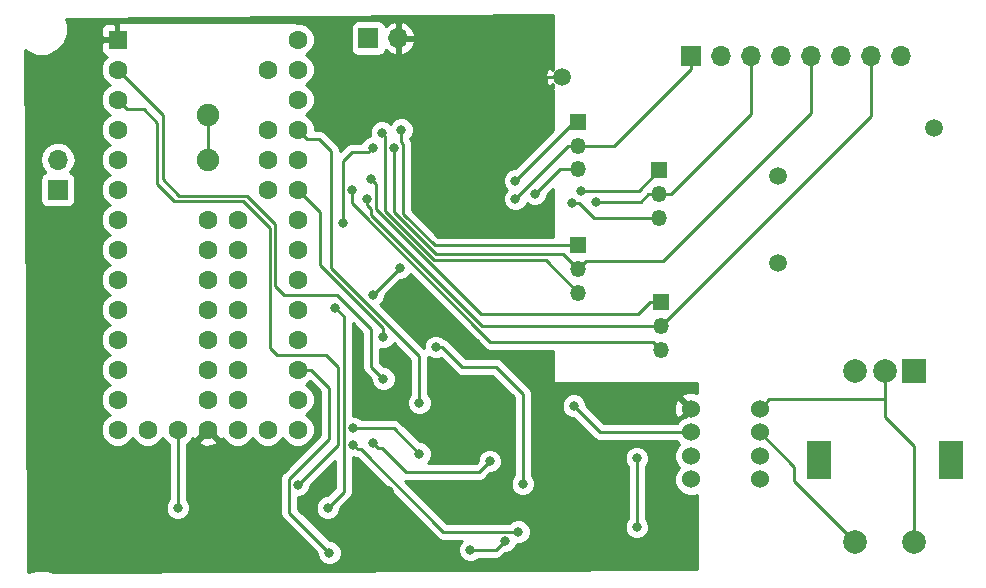
<source format=gbr>
G04 #@! TF.GenerationSoftware,KiCad,Pcbnew,5.0.2-bee76a0~70~ubuntu16.04.1*
G04 #@! TF.CreationDate,2019-04-19T17:49:43-07:00*
G04 #@! TF.ProjectId,volume_control_board,766f6c75-6d65-45f6-936f-6e74726f6c5f,rev?*
G04 #@! TF.SameCoordinates,Original*
G04 #@! TF.FileFunction,Copper,L2,Bot*
G04 #@! TF.FilePolarity,Positive*
%FSLAX46Y46*%
G04 Gerber Fmt 4.6, Leading zero omitted, Abs format (unit mm)*
G04 Created by KiCad (PCBNEW 5.0.2-bee76a0~70~ubuntu16.04.1) date Fri 19 Apr 2019 05:49:43 PM PDT*
%MOMM*%
%LPD*%
G01*
G04 APERTURE LIST*
G04 #@! TA.AperFunction,ComponentPad*
%ADD10O,1.350000X1.350000*%
G04 #@! TD*
G04 #@! TA.AperFunction,ComponentPad*
%ADD11R,1.350000X1.350000*%
G04 #@! TD*
G04 #@! TA.AperFunction,ComponentPad*
%ADD12O,1.700000X1.700000*%
G04 #@! TD*
G04 #@! TA.AperFunction,ComponentPad*
%ADD13R,1.700000X1.700000*%
G04 #@! TD*
G04 #@! TA.AperFunction,ComponentPad*
%ADD14C,2.000000*%
G04 #@! TD*
G04 #@! TA.AperFunction,ComponentPad*
%ADD15R,2.000000X3.200000*%
G04 #@! TD*
G04 #@! TA.AperFunction,ComponentPad*
%ADD16R,2.000000X2.000000*%
G04 #@! TD*
G04 #@! TA.AperFunction,ComponentPad*
%ADD17C,1.900000*%
G04 #@! TD*
G04 #@! TA.AperFunction,ComponentPad*
%ADD18C,1.600000*%
G04 #@! TD*
G04 #@! TA.AperFunction,ComponentPad*
%ADD19R,1.600000X1.600000*%
G04 #@! TD*
G04 #@! TA.AperFunction,ComponentPad*
%ADD20C,1.524000*%
G04 #@! TD*
G04 #@! TA.AperFunction,ComponentPad*
%ADD21C,1.500000*%
G04 #@! TD*
G04 #@! TA.AperFunction,ViaPad*
%ADD22C,0.800000*%
G04 #@! TD*
G04 #@! TA.AperFunction,Conductor*
%ADD23C,0.250000*%
G04 #@! TD*
G04 #@! TA.AperFunction,Conductor*
%ADD24C,0.254000*%
G04 #@! TD*
G04 APERTURE END LIST*
D10*
G04 #@! TO.P,J5,3*
G04 #@! TO.N,GNDA*
X126746000Y-67500000D03*
G04 #@! TO.P,J5,2*
G04 #@! TO.N,FRONT_L_OUT*
X126746000Y-65500000D03*
D11*
G04 #@! TO.P,J5,1*
G04 #@! TO.N,LEFT_IN*
X126746000Y-63500000D03*
G04 #@! TD*
D12*
G04 #@! TO.P,J4,2*
G04 #@! TO.N,GND*
X111506000Y-56388000D03*
D13*
G04 #@! TO.P,J4,1*
G04 #@! TO.N,+5V*
X108966000Y-56388000D03*
G04 #@! TD*
D12*
G04 #@! TO.P,J1,8*
G04 #@! TO.N,GNDA*
X154051000Y-57912000D03*
G04 #@! TO.P,J1,7*
G04 #@! TO.N,REAR_R_OUT*
X151511000Y-57912000D03*
G04 #@! TO.P,J1,6*
G04 #@! TO.N,GNDA*
X148971000Y-57912000D03*
G04 #@! TO.P,J1,5*
G04 #@! TO.N,FRONT_R_OUT*
X146431000Y-57912000D03*
G04 #@! TO.P,J1,4*
G04 #@! TO.N,GNDA*
X143891000Y-57912000D03*
G04 #@! TO.P,J1,3*
G04 #@! TO.N,REAR_L_OUT*
X141351000Y-57912000D03*
G04 #@! TO.P,J1,2*
G04 #@! TO.N,GNDA*
X138811000Y-57912000D03*
D13*
G04 #@! TO.P,J1,1*
G04 #@! TO.N,FRONT_L_OUT*
X136271000Y-57912000D03*
G04 #@! TD*
D12*
G04 #@! TO.P,J6,2*
G04 #@! TO.N,Net-(J6-Pad2)*
X82677000Y-66675000D03*
D13*
G04 #@! TO.P,J6,1*
G04 #@! TO.N,Net-(J6-Pad1)*
X82677000Y-69215000D03*
G04 #@! TD*
D14*
G04 #@! TO.P,SW1,S1*
G04 #@! TO.N,Net-(J3-Pad2)*
X150194000Y-99082000D03*
G04 #@! TO.P,SW1,S2*
G04 #@! TO.N,GND*
X155194000Y-99082000D03*
D15*
G04 #@! TO.P,SW1,MP*
G04 #@! TO.N,N/C*
X147094000Y-92082000D03*
X158294000Y-92082000D03*
D14*
G04 #@! TO.P,SW1,B*
G04 #@! TO.N,Net-(J3-Pad3)*
X150194000Y-84582000D03*
G04 #@! TO.P,SW1,C*
G04 #@! TO.N,GND*
X152694000Y-84582000D03*
D16*
G04 #@! TO.P,SW1,A*
G04 #@! TO.N,Net-(J3-Pad4)*
X155194000Y-84582000D03*
G04 #@! TD*
D17*
G04 #@! TO.P,U1,52*
G04 #@! TO.N,Net-(U1-Pad52)*
X95377000Y-62865000D03*
X95377000Y-66675000D03*
D18*
G04 #@! TO.P,U1,51*
G04 #@! TO.N,Net-(U1-Pad51)*
X97917000Y-71755000D03*
G04 #@! TO.P,U1,50*
G04 #@! TO.N,Net-(U1-Pad50)*
X97917000Y-74295000D03*
G04 #@! TO.P,U1,49*
G04 #@! TO.N,Net-(U1-Pad49)*
X97917000Y-76835000D03*
G04 #@! TO.P,U1,48*
G04 #@! TO.N,Net-(U1-Pad48)*
X97917000Y-79375000D03*
G04 #@! TO.P,U1,47*
G04 #@! TO.N,Net-(U1-Pad47)*
X97917000Y-81915000D03*
G04 #@! TO.P,U1,46*
G04 #@! TO.N,Net-(U1-Pad46)*
X97917000Y-84455000D03*
G04 #@! TO.P,U1,45*
G04 #@! TO.N,Net-(U1-Pad45)*
X97917000Y-86995000D03*
G04 #@! TO.P,U1,44*
G04 #@! TO.N,Net-(U1-Pad44)*
X95377000Y-86995000D03*
G04 #@! TO.P,U1,43*
G04 #@! TO.N,Net-(U1-Pad43)*
X95377000Y-84455000D03*
G04 #@! TO.P,U1,42*
G04 #@! TO.N,Net-(U1-Pad42)*
X95377000Y-81915000D03*
G04 #@! TO.P,U1,41*
G04 #@! TO.N,Net-(U1-Pad41)*
X95377000Y-79375000D03*
G04 #@! TO.P,U1,40*
G04 #@! TO.N,Net-(U1-Pad40)*
X95377000Y-76835000D03*
G04 #@! TO.P,U1,39*
G04 #@! TO.N,Net-(U1-Pad39)*
X95377000Y-74295000D03*
G04 #@! TO.P,U1,38*
G04 #@! TO.N,Net-(U1-Pad38)*
X95377000Y-71755000D03*
D19*
G04 #@! TO.P,U1,1*
G04 #@! TO.N,GND*
X87757000Y-56515000D03*
D18*
G04 #@! TO.P,U1,2*
G04 #@! TO.N,PUSH_SELECT_1*
X87757000Y-59055000D03*
G04 #@! TO.P,U1,3*
G04 #@! TO.N,ENCODER_A_1*
X87757000Y-61595000D03*
G04 #@! TO.P,U1,4*
G04 #@! TO.N,ENCODER_B_1*
X87757000Y-64135000D03*
G04 #@! TO.P,U1,5*
G04 #@! TO.N,Net-(J6-Pad2)*
X87757000Y-66675000D03*
G04 #@! TO.P,U1,6*
G04 #@! TO.N,Net-(J6-Pad1)*
X87757000Y-69215000D03*
G04 #@! TO.P,U1,7*
G04 #@! TO.N,Net-(U1-Pad7)*
X87757000Y-71755000D03*
G04 #@! TO.P,U1,8*
G04 #@! TO.N,Net-(U1-Pad8)*
X87757000Y-74295000D03*
G04 #@! TO.P,U1,9*
G04 #@! TO.N,PUSH_SELECT_3*
X87757000Y-76835000D03*
G04 #@! TO.P,U1,10*
G04 #@! TO.N,ENCODER_A_3*
X87757000Y-79375000D03*
G04 #@! TO.P,U1,11*
G04 #@! TO.N,ENCODER_B_3*
X87757000Y-81915000D03*
G04 #@! TO.P,U1,12*
G04 #@! TO.N,Net-(U1-Pad12)*
X87757000Y-84455000D03*
G04 #@! TO.P,U1,13*
G04 #@! TO.N,Net-(U1-Pad13)*
X87757000Y-86995000D03*
G04 #@! TO.P,U1,37*
G04 #@! TO.N,Net-(U1-Pad37)*
X100457000Y-69215000D03*
G04 #@! TO.P,U1,36*
G04 #@! TO.N,Net-(U1-Pad36)*
X100457000Y-66675000D03*
G04 #@! TO.P,U1,35*
G04 #@! TO.N,Net-(U1-Pad35)*
X100457000Y-64135000D03*
G04 #@! TO.P,U1,34*
G04 #@! TO.N,Net-(U1-Pad34)*
X100457000Y-59055000D03*
G04 #@! TO.P,U1,33*
G04 #@! TO.N,+5V*
X102997000Y-56515000D03*
G04 #@! TO.P,U1,32*
G04 #@! TO.N,Net-(U1-Pad32)*
X102997000Y-59055000D03*
G04 #@! TO.P,U1,31*
G04 #@! TO.N,+3V3*
X102997000Y-61595000D03*
G04 #@! TO.P,U1,30*
G04 #@! TO.N,PUSH_SELECT_2*
X102997000Y-64135000D03*
G04 #@! TO.P,U1,29*
G04 #@! TO.N,ENCODER_A_2*
X102997000Y-66675000D03*
G04 #@! TO.P,U1,28*
G04 #@! TO.N,ENCODER_B_2*
X102997000Y-69215000D03*
G04 #@! TO.P,U1,27*
G04 #@! TO.N,Net-(U1-Pad27)*
X102997000Y-71755000D03*
G04 #@! TO.P,U1,26*
G04 #@! TO.N,SCL*
X102997000Y-74295000D03*
G04 #@! TO.P,U1,25*
G04 #@! TO.N,SDA*
X102997000Y-76835000D03*
G04 #@! TO.P,U1,24*
G04 #@! TO.N,Net-(U1-Pad24)*
X102997000Y-79375000D03*
G04 #@! TO.P,U1,23*
G04 #@! TO.N,ENCODER_B_4*
X102997000Y-81915000D03*
G04 #@! TO.P,U1,22*
G04 #@! TO.N,ENCODER_A_4*
X102997000Y-84455000D03*
G04 #@! TO.P,U1,21*
G04 #@! TO.N,PUSH_SELECT_4*
X102997000Y-86995000D03*
G04 #@! TO.P,U1,14*
G04 #@! TO.N,Net-(U1-Pad14)*
X87757000Y-89535000D03*
G04 #@! TO.P,U1,15*
G04 #@! TO.N,Net-(U1-Pad15)*
X90297000Y-89535000D03*
G04 #@! TO.P,U1,16*
G04 #@! TO.N,+3V3*
X92837000Y-89535000D03*
G04 #@! TO.P,U1,20*
G04 #@! TO.N,Net-(U1-Pad20)*
X102997000Y-89535000D03*
G04 #@! TO.P,U1,19*
G04 #@! TO.N,Net-(U1-Pad19)*
X100457000Y-89535000D03*
G04 #@! TO.P,U1,18*
G04 #@! TO.N,Net-(U1-Pad18)*
X97917000Y-89535000D03*
G04 #@! TO.P,U1,17*
G04 #@! TO.N,GND*
X95377000Y-89535000D03*
G04 #@! TD*
D20*
G04 #@! TO.P,J7,4*
G04 #@! TO.N,Net-(J3-Pad4)*
X142113000Y-93757000D03*
G04 #@! TO.P,J7,3*
G04 #@! TO.N,Net-(J3-Pad3)*
X142113000Y-91757000D03*
G04 #@! TO.P,J7,2*
G04 #@! TO.N,Net-(J3-Pad2)*
X142113000Y-89757000D03*
G04 #@! TO.P,J7,1*
G04 #@! TO.N,GND*
X142113000Y-87757000D03*
G04 #@! TD*
G04 #@! TO.P,J3,4*
G04 #@! TO.N,Net-(J3-Pad4)*
X136271000Y-93757000D03*
G04 #@! TO.P,J3,3*
G04 #@! TO.N,Net-(J3-Pad3)*
X136271000Y-91757000D03*
G04 #@! TO.P,J3,2*
G04 #@! TO.N,Net-(J3-Pad2)*
X136271000Y-89757000D03*
G04 #@! TO.P,J3,1*
G04 #@! TO.N,GND*
X136271000Y-87757000D03*
G04 #@! TD*
D10*
G04 #@! TO.P,J8,3*
G04 #@! TO.N,GNDA*
X133604000Y-71596000D03*
G04 #@! TO.P,J8,2*
G04 #@! TO.N,REAR_L_OUT*
X133604000Y-69596000D03*
D11*
G04 #@! TO.P,J8,1*
G04 #@! TO.N,LEFT_IN*
X133604000Y-67596000D03*
G04 #@! TD*
G04 #@! TO.P,J9,1*
G04 #@! TO.N,RIGHT_IN*
X126746000Y-73946000D03*
D10*
G04 #@! TO.P,J9,2*
G04 #@! TO.N,FRONT_R_OUT*
X126746000Y-75946000D03*
G04 #@! TO.P,J9,3*
G04 #@! TO.N,GNDA*
X126746000Y-77946000D03*
G04 #@! TD*
G04 #@! TO.P,J10,3*
G04 #@! TO.N,GNDA*
X133731000Y-82772000D03*
G04 #@! TO.P,J10,2*
G04 #@! TO.N,REAR_R_OUT*
X133731000Y-80772000D03*
D11*
G04 #@! TO.P,J10,1*
G04 #@! TO.N,RIGHT_IN*
X133731000Y-78772000D03*
G04 #@! TD*
D21*
G04 #@! TO.P,TP1,1*
G04 #@! TO.N,RIGHT_IN*
X143637000Y-75438000D03*
G04 #@! TD*
G04 #@! TO.P,TP2,1*
G04 #@! TO.N,LEFT_IN*
X143637000Y-68072000D03*
G04 #@! TD*
G04 #@! TO.P,TP3,1*
G04 #@! TO.N,GND*
X125349000Y-59690000D03*
G04 #@! TD*
G04 #@! TO.P,TP4,1*
G04 #@! TO.N,GNDA*
X156845000Y-64008000D03*
G04 #@! TD*
D22*
G04 #@! TO.N,GND*
X126746000Y-93091000D03*
X110744000Y-94742000D03*
X119761000Y-62865000D03*
X112649000Y-60579000D03*
X118110000Y-82169000D03*
X120142000Y-86233000D03*
G04 #@! TO.N,GNDA*
X123063000Y-69596000D03*
X126238000Y-70358000D03*
X110109000Y-64389000D03*
X107569000Y-69215000D03*
G04 #@! TO.N,REAR_R_OUT*
X108839000Y-69977000D03*
G04 #@! TO.N,FRONT_R_OUT*
X111125000Y-65659000D03*
G04 #@! TO.N,REAR_L_OUT*
X128270000Y-70231000D03*
G04 #@! TO.N,FRONT_L_OUT*
X121412000Y-69977000D03*
G04 #@! TO.N,RIGHT_IN*
X111760000Y-64135000D03*
X109220004Y-68326000D03*
G04 #@! TO.N,LEFT_IN*
X121412000Y-68453000D03*
X127000000Y-69342000D03*
G04 #@! TO.N,Net-(J3-Pad2)*
X126365000Y-87503000D03*
G04 #@! TO.N,PUSH_SELECT_1*
X110236000Y-85217000D03*
G04 #@! TO.N,PUSH_SELECT_2*
X113284000Y-87249000D03*
G04 #@! TO.N,PUSH_SELECT_4*
X113284000Y-91567000D03*
X107696000Y-89423987D03*
G04 #@! TO.N,ENCODER_A_1*
X102997000Y-94234000D03*
G04 #@! TO.N,ENCODER_A_2*
X106172000Y-79248000D03*
X105537000Y-96139000D03*
G04 #@! TO.N,ENCODER_A_4*
X105664000Y-99949000D03*
G04 #@! TO.N,ENCODER_B_1*
X109347000Y-90678000D03*
X119253000Y-92202000D03*
G04 #@! TO.N,ENCODER_B_2*
X114681000Y-82550000D03*
X122047000Y-94107000D03*
X110236000Y-81661000D03*
G04 #@! TO.N,ENCODER_B_4*
X121666000Y-98171000D03*
X107696000Y-90805000D03*
G04 #@! TO.N,SDA*
X109347000Y-78105000D03*
X111633000Y-75819000D03*
G04 #@! TO.N,+3V3*
X92837000Y-96139000D03*
X117602000Y-99695000D03*
X120523000Y-98933000D03*
X131699000Y-97790000D03*
X131699000Y-91948000D03*
G04 #@! TO.N,SCL*
X109347000Y-65659000D03*
X106807000Y-72009000D03*
G04 #@! TD*
D23*
G04 #@! TO.N,GND*
X155194000Y-99082000D02*
X155194000Y-90932000D01*
X152694000Y-88432000D02*
X152694000Y-84582000D01*
X155194000Y-90932000D02*
X152694000Y-88432000D01*
X152694000Y-84582000D02*
X152694000Y-86955000D01*
X142915000Y-86955000D02*
X142113000Y-87757000D01*
X152694000Y-86955000D02*
X142915000Y-86955000D01*
X119888000Y-62865000D02*
X119761000Y-62865000D01*
X122936000Y-59690000D02*
X119761000Y-62865000D01*
X125349000Y-59690000D02*
X122936000Y-59690000D01*
G04 #@! TO.N,GNDA*
X125159000Y-67500000D02*
X126746000Y-67500000D01*
X123063000Y-69596000D02*
X125159000Y-67500000D01*
X128041685Y-71596000D02*
X133604000Y-71596000D01*
X126803685Y-70358000D02*
X128041685Y-71596000D01*
X126238000Y-70358000D02*
X126803685Y-70358000D01*
X123984000Y-75184000D02*
X126746000Y-77946000D01*
X110109000Y-64389000D02*
X110363000Y-64643000D01*
X110363000Y-64643000D02*
X110363000Y-70995820D01*
X110363000Y-70995820D02*
X114551180Y-75184000D01*
X114551180Y-75184000D02*
X123984000Y-75184000D01*
X133056001Y-82097001D02*
X133731000Y-82772000D01*
X119306591Y-82097001D02*
X133056001Y-82097001D01*
X107569000Y-70359410D02*
X119306591Y-82097001D01*
X107569000Y-69215000D02*
X107569000Y-70359410D01*
G04 #@! TO.N,REAR_R_OUT*
X151511000Y-62992000D02*
X151511000Y-57912000D01*
X133731000Y-80772000D02*
X151511000Y-62992000D01*
X109169993Y-70873678D02*
X109169993Y-71323993D01*
X108839000Y-70542685D02*
X109169993Y-70873678D01*
X108839000Y-69977000D02*
X108839000Y-70542685D01*
X118618000Y-80772000D02*
X133731000Y-80772000D01*
X109169993Y-71323993D02*
X118618000Y-80772000D01*
G04 #@! TO.N,FRONT_R_OUT*
X127420999Y-75271001D02*
X133897999Y-75271001D01*
X126746000Y-75946000D02*
X127420999Y-75271001D01*
X146431000Y-62738000D02*
X146431000Y-57912000D01*
X133897999Y-75271001D02*
X146431000Y-62738000D01*
X111125000Y-71121410D02*
X114679590Y-74676000D01*
X111125000Y-65659000D02*
X111125000Y-71121410D01*
X125476000Y-74676000D02*
X126746000Y-75946000D01*
X114679590Y-74676000D02*
X125476000Y-74676000D01*
G04 #@! TO.N,REAR_L_OUT*
X141351000Y-59114081D02*
X141351000Y-57912000D01*
X141351000Y-62803594D02*
X141351000Y-59114081D01*
X134558594Y-69596000D02*
X141351000Y-62803594D01*
X133604000Y-69596000D02*
X134558594Y-69596000D01*
X132014406Y-70231000D02*
X128270000Y-70231000D01*
X133604000Y-69596000D02*
X132649406Y-69596000D01*
X132649406Y-69596000D02*
X132014406Y-70231000D01*
G04 #@! TO.N,FRONT_L_OUT*
X129783000Y-65500000D02*
X136271000Y-59012000D01*
X136271000Y-59012000D02*
X136271000Y-57912000D01*
X126746000Y-65500000D02*
X129783000Y-65500000D01*
X125889000Y-65500000D02*
X126746000Y-65500000D01*
X121412000Y-69977000D02*
X125889000Y-65500000D01*
G04 #@! TO.N,RIGHT_IN*
X111760000Y-65220998D02*
X111887000Y-65347998D01*
X111760000Y-64135000D02*
X111760000Y-65220998D01*
X111887000Y-65347998D02*
X111887000Y-71247000D01*
X114586000Y-73946000D02*
X126746000Y-73946000D01*
X111887000Y-71247000D02*
X114586000Y-73946000D01*
X109620003Y-70889233D02*
X118486770Y-79756000D01*
X109620003Y-68725999D02*
X109620003Y-70889233D01*
X109220004Y-68326000D02*
X109620003Y-68725999D01*
X132806000Y-78772000D02*
X133731000Y-78772000D01*
X131822000Y-79756000D02*
X132806000Y-78772000D01*
X118486770Y-79756000D02*
X131822000Y-79756000D01*
G04 #@! TO.N,LEFT_IN*
X126365000Y-63500000D02*
X126746000Y-63500000D01*
X121412000Y-68453000D02*
X126365000Y-63500000D01*
X131858000Y-69342000D02*
X133604000Y-67596000D01*
X127000000Y-69342000D02*
X131858000Y-69342000D01*
G04 #@! TO.N,Net-(J3-Pad2)*
X142113000Y-89757000D02*
X145034000Y-92678000D01*
X145034000Y-93922000D02*
X150194000Y-99082000D01*
X145034000Y-92678000D02*
X145034000Y-93922000D01*
X128619000Y-89757000D02*
X136271000Y-89757000D01*
X126365000Y-87503000D02*
X128619000Y-89757000D01*
G04 #@! TO.N,PUSH_SELECT_1*
X109220000Y-84201000D02*
X110236000Y-85217000D01*
X92964000Y-69723000D02*
X98679000Y-69723000D01*
X91567000Y-68326000D02*
X92964000Y-69723000D01*
X87757000Y-59055000D02*
X91567000Y-62865000D01*
X106299000Y-78105000D02*
X109220000Y-81026000D01*
X91567000Y-62865000D02*
X91567000Y-68326000D01*
X98679000Y-69723000D02*
X101092000Y-72136000D01*
X101092000Y-72136000D02*
X101092000Y-77343000D01*
X101092000Y-77343000D02*
X101854000Y-78105000D01*
X109220000Y-81026000D02*
X109220000Y-84201000D01*
X101854000Y-78105000D02*
X106299000Y-78105000D01*
G04 #@! TO.N,PUSH_SELECT_2*
X105791000Y-65913000D02*
X105791000Y-75819000D01*
X113284000Y-83312000D02*
X113284000Y-87249000D01*
X104812999Y-64934999D02*
X105791000Y-65913000D01*
X102997000Y-64135000D02*
X103796999Y-64934999D01*
X105791000Y-75819000D02*
X113284000Y-83312000D01*
X103796999Y-64934999D02*
X104812999Y-64934999D01*
G04 #@! TO.N,PUSH_SELECT_4*
X108261685Y-89423987D02*
X107696000Y-89423987D01*
X113284000Y-91567000D02*
X111140987Y-89423987D01*
X111140987Y-89423987D02*
X108261685Y-89423987D01*
G04 #@! TO.N,ENCODER_A_1*
X88556999Y-62394999D02*
X89953999Y-62394999D01*
X87757000Y-61595000D02*
X88556999Y-62394999D01*
X91116990Y-63557990D02*
X91116990Y-68764990D01*
X89953999Y-62394999D02*
X91116990Y-63557990D01*
X92525010Y-70173010D02*
X92777600Y-70173010D01*
X91116990Y-68764990D02*
X92525010Y-70173010D01*
X92777600Y-70173010D02*
X98367010Y-70173010D01*
X100641990Y-72447990D02*
X100641990Y-82607990D01*
X98367010Y-70173010D02*
X100641990Y-72447990D01*
X100641990Y-82607990D02*
X101219000Y-83185000D01*
X101219000Y-83185000D02*
X105410000Y-83185000D01*
X105410000Y-83185000D02*
X106426000Y-84201000D01*
X106426000Y-90805000D02*
X102997000Y-94234000D01*
X106426000Y-84201000D02*
X106426000Y-90805000D01*
G04 #@! TO.N,ENCODER_A_2*
X106876009Y-79952009D02*
X106876009Y-94799991D01*
X106876009Y-94799991D02*
X105537000Y-96139000D01*
X106172000Y-79248000D02*
X106876009Y-79952009D01*
G04 #@! TO.N,ENCODER_A_4*
X104128370Y-84455000D02*
X105664000Y-85990630D01*
X102997000Y-84455000D02*
X104128370Y-84455000D01*
X105664000Y-85990630D02*
X105664000Y-90297000D01*
X102271999Y-96556999D02*
X105664000Y-99949000D01*
X102271999Y-93689001D02*
X102271999Y-96556999D01*
X105664000Y-90297000D02*
X102271999Y-93689001D01*
G04 #@! TO.N,ENCODER_B_1*
X109746999Y-91077999D02*
X110127999Y-91077999D01*
X109347000Y-90678000D02*
X109746999Y-91077999D01*
X110127999Y-91077999D02*
X112141000Y-93091000D01*
X118364000Y-93091000D02*
X119253000Y-92202000D01*
X112141000Y-93091000D02*
X118364000Y-93091000D01*
G04 #@! TO.N,ENCODER_B_2*
X102997000Y-69215000D02*
X102997000Y-69469000D01*
X122047000Y-86487000D02*
X122047000Y-94107000D01*
X114681000Y-82550000D02*
X115246685Y-82550000D01*
X115246685Y-82550000D02*
X116897685Y-84201000D01*
X119761000Y-84201000D02*
X122047000Y-86487000D01*
X116897685Y-84201000D02*
X119761000Y-84201000D01*
X110236000Y-80968315D02*
X110236000Y-81095315D01*
X104902000Y-71120000D02*
X104902000Y-75634315D01*
X104902000Y-75634315D02*
X110236000Y-80968315D01*
X102997000Y-69215000D02*
X104902000Y-71120000D01*
X110236000Y-81095315D02*
X110236000Y-81661000D01*
G04 #@! TO.N,ENCODER_B_4*
X108095999Y-91204999D02*
X107696000Y-90805000D01*
X108349997Y-91204999D02*
X108095999Y-91204999D01*
X115315998Y-98171000D02*
X108349997Y-91204999D01*
X121666000Y-98171000D02*
X115315998Y-98171000D01*
G04 #@! TO.N,SDA*
X109347000Y-78105000D02*
X111633000Y-75819000D01*
G04 #@! TO.N,+3V3*
X92837000Y-89535000D02*
X92837000Y-96139000D01*
X119761000Y-99695000D02*
X120523000Y-98933000D01*
X117602000Y-99695000D02*
X119761000Y-99695000D01*
X131699000Y-97790000D02*
X131699000Y-91948000D01*
G04 #@! TO.N,SCL*
X108947001Y-66058999D02*
X107550001Y-66058999D01*
X109347000Y-65659000D02*
X108947001Y-66058999D01*
X106807000Y-66802000D02*
X106807000Y-72009000D01*
X107550001Y-66058999D02*
X106807000Y-66802000D01*
G04 #@! TO.N,Net-(U1-Pad52)*
X95377000Y-62865000D02*
X95377000Y-66675000D01*
G04 #@! TD*
D24*
G04 #@! TO.N,GND*
G36*
X124587000Y-58612479D02*
X124557088Y-58718483D01*
X124587000Y-58748395D01*
X124587000Y-59107605D01*
X124377483Y-58898088D01*
X124136540Y-58966077D01*
X123951799Y-59485171D01*
X123979770Y-60035448D01*
X124136540Y-60413923D01*
X124377483Y-60481912D01*
X124587000Y-60272395D01*
X124587000Y-60631605D01*
X124557088Y-60661517D01*
X124587000Y-60767521D01*
X124587000Y-64203198D01*
X121372199Y-67418000D01*
X121206126Y-67418000D01*
X120825720Y-67575569D01*
X120534569Y-67866720D01*
X120377000Y-68247126D01*
X120377000Y-68658874D01*
X120534569Y-69039280D01*
X120710289Y-69215000D01*
X120534569Y-69390720D01*
X120377000Y-69771126D01*
X120377000Y-70182874D01*
X120534569Y-70563280D01*
X120825720Y-70854431D01*
X121206126Y-71012000D01*
X121617874Y-71012000D01*
X121998280Y-70854431D01*
X122289431Y-70563280D01*
X122370603Y-70367314D01*
X122476720Y-70473431D01*
X122857126Y-70631000D01*
X123268874Y-70631000D01*
X123649280Y-70473431D01*
X123940431Y-70182280D01*
X124098000Y-69801874D01*
X124098000Y-69635801D01*
X124587000Y-69146801D01*
X124587000Y-73186000D01*
X114900803Y-73186000D01*
X112647000Y-70932199D01*
X112647000Y-65422844D01*
X112661888Y-65347997D01*
X112647000Y-65273150D01*
X112647000Y-65273146D01*
X112602904Y-65051461D01*
X112520000Y-64927387D01*
X112520000Y-64838711D01*
X112637431Y-64721280D01*
X112795000Y-64340874D01*
X112795000Y-63929126D01*
X112637431Y-63548720D01*
X112346280Y-63257569D01*
X111965874Y-63100000D01*
X111554126Y-63100000D01*
X111173720Y-63257569D01*
X110882569Y-63548720D01*
X110838595Y-63654884D01*
X110695280Y-63511569D01*
X110314874Y-63354000D01*
X109903126Y-63354000D01*
X109522720Y-63511569D01*
X109231569Y-63802720D01*
X109074000Y-64183126D01*
X109074000Y-64594874D01*
X109094128Y-64643467D01*
X108760720Y-64781569D01*
X108469569Y-65072720D01*
X108375841Y-65298999D01*
X107624847Y-65298999D01*
X107550000Y-65284111D01*
X107475153Y-65298999D01*
X107475149Y-65298999D01*
X107253464Y-65343095D01*
X107002072Y-65511070D01*
X106959672Y-65574526D01*
X106552154Y-65982045D01*
X106565888Y-65912999D01*
X106551000Y-65838152D01*
X106551000Y-65838148D01*
X106506904Y-65616463D01*
X106338929Y-65365071D01*
X106275473Y-65322671D01*
X105403330Y-64450529D01*
X105360928Y-64387070D01*
X105109536Y-64219095D01*
X104887851Y-64174999D01*
X104887846Y-64174999D01*
X104812999Y-64160111D01*
X104738152Y-64174999D01*
X104432000Y-64174999D01*
X104432000Y-63849561D01*
X104213534Y-63322138D01*
X103809862Y-62918466D01*
X103680784Y-62865000D01*
X103809862Y-62811534D01*
X104213534Y-62407862D01*
X104432000Y-61880439D01*
X104432000Y-61309561D01*
X104213534Y-60782138D01*
X103809862Y-60378466D01*
X103680784Y-60325000D01*
X103809862Y-60271534D01*
X104213534Y-59867862D01*
X104432000Y-59340439D01*
X104432000Y-58769561D01*
X104213534Y-58242138D01*
X103809862Y-57838466D01*
X103680784Y-57785000D01*
X103809862Y-57731534D01*
X104213534Y-57327862D01*
X104432000Y-56800439D01*
X104432000Y-56229561D01*
X104213534Y-55702138D01*
X104049396Y-55538000D01*
X107468560Y-55538000D01*
X107468560Y-57238000D01*
X107517843Y-57485765D01*
X107658191Y-57695809D01*
X107868235Y-57836157D01*
X108116000Y-57885440D01*
X109816000Y-57885440D01*
X110063765Y-57836157D01*
X110273809Y-57695809D01*
X110414157Y-57485765D01*
X110434739Y-57382292D01*
X110739076Y-57659645D01*
X111149110Y-57829476D01*
X111379000Y-57708155D01*
X111379000Y-56515000D01*
X111633000Y-56515000D01*
X111633000Y-57708155D01*
X111862890Y-57829476D01*
X112272924Y-57659645D01*
X112701183Y-57269358D01*
X112947486Y-56744892D01*
X112826819Y-56515000D01*
X111633000Y-56515000D01*
X111379000Y-56515000D01*
X111359000Y-56515000D01*
X111359000Y-56261000D01*
X111379000Y-56261000D01*
X111379000Y-55067845D01*
X111633000Y-55067845D01*
X111633000Y-56261000D01*
X112826819Y-56261000D01*
X112947486Y-56031108D01*
X112701183Y-55506642D01*
X112272924Y-55116355D01*
X111862890Y-54946524D01*
X111633000Y-55067845D01*
X111379000Y-55067845D01*
X111149110Y-54946524D01*
X110739076Y-55116355D01*
X110434739Y-55393708D01*
X110414157Y-55290235D01*
X110273809Y-55080191D01*
X110063765Y-54939843D01*
X109816000Y-54890560D01*
X108116000Y-54890560D01*
X107868235Y-54939843D01*
X107658191Y-55080191D01*
X107517843Y-55290235D01*
X107468560Y-55538000D01*
X104049396Y-55538000D01*
X103809862Y-55298466D01*
X103282439Y-55080000D01*
X102862462Y-55080000D01*
X102860333Y-55069399D01*
X102832803Y-55028197D01*
X102791601Y-55000667D01*
X102743000Y-54991000D01*
X87884000Y-54991000D01*
X87835832Y-55000489D01*
X87794529Y-55027867D01*
X87766847Y-55068967D01*
X87757001Y-55117531D01*
X87751302Y-56662000D01*
X87630000Y-56662000D01*
X87630000Y-56642000D01*
X86480750Y-56642000D01*
X86322000Y-56800750D01*
X86322000Y-57441309D01*
X86418673Y-57674698D01*
X86597301Y-57853327D01*
X86830690Y-57950000D01*
X86832604Y-57950000D01*
X86540466Y-58242138D01*
X86322000Y-58769561D01*
X86322000Y-59340439D01*
X86540466Y-59867862D01*
X86944138Y-60271534D01*
X87073216Y-60325000D01*
X86944138Y-60378466D01*
X86540466Y-60782138D01*
X86322000Y-61309561D01*
X86322000Y-61880439D01*
X86540466Y-62407862D01*
X86944138Y-62811534D01*
X87073216Y-62865000D01*
X86944138Y-62918466D01*
X86540466Y-63322138D01*
X86322000Y-63849561D01*
X86322000Y-64420439D01*
X86540466Y-64947862D01*
X86944138Y-65351534D01*
X87073216Y-65405000D01*
X86944138Y-65458466D01*
X86540466Y-65862138D01*
X86322000Y-66389561D01*
X86322000Y-66960439D01*
X86540466Y-67487862D01*
X86944138Y-67891534D01*
X87073216Y-67945000D01*
X86944138Y-67998466D01*
X86540466Y-68402138D01*
X86322000Y-68929561D01*
X86322000Y-69500439D01*
X86540466Y-70027862D01*
X86944138Y-70431534D01*
X87073216Y-70485000D01*
X86944138Y-70538466D01*
X86540466Y-70942138D01*
X86322000Y-71469561D01*
X86322000Y-72040439D01*
X86540466Y-72567862D01*
X86944138Y-72971534D01*
X87073216Y-73025000D01*
X86944138Y-73078466D01*
X86540466Y-73482138D01*
X86322000Y-74009561D01*
X86322000Y-74580439D01*
X86540466Y-75107862D01*
X86944138Y-75511534D01*
X87073216Y-75565000D01*
X86944138Y-75618466D01*
X86540466Y-76022138D01*
X86322000Y-76549561D01*
X86322000Y-77120439D01*
X86540466Y-77647862D01*
X86944138Y-78051534D01*
X87073216Y-78105000D01*
X86944138Y-78158466D01*
X86540466Y-78562138D01*
X86322000Y-79089561D01*
X86322000Y-79660439D01*
X86540466Y-80187862D01*
X86944138Y-80591534D01*
X87073216Y-80645000D01*
X86944138Y-80698466D01*
X86540466Y-81102138D01*
X86322000Y-81629561D01*
X86322000Y-82200439D01*
X86540466Y-82727862D01*
X86944138Y-83131534D01*
X87073216Y-83185000D01*
X86944138Y-83238466D01*
X86540466Y-83642138D01*
X86322000Y-84169561D01*
X86322000Y-84740439D01*
X86540466Y-85267862D01*
X86944138Y-85671534D01*
X87073216Y-85725000D01*
X86944138Y-85778466D01*
X86540466Y-86182138D01*
X86322000Y-86709561D01*
X86322000Y-87280439D01*
X86540466Y-87807862D01*
X86944138Y-88211534D01*
X87073216Y-88265000D01*
X86944138Y-88318466D01*
X86540466Y-88722138D01*
X86322000Y-89249561D01*
X86322000Y-89820439D01*
X86540466Y-90347862D01*
X86944138Y-90751534D01*
X87471561Y-90970000D01*
X88042439Y-90970000D01*
X88569862Y-90751534D01*
X88973534Y-90347862D01*
X89027000Y-90218784D01*
X89080466Y-90347862D01*
X89484138Y-90751534D01*
X90011561Y-90970000D01*
X90582439Y-90970000D01*
X91109862Y-90751534D01*
X91513534Y-90347862D01*
X91567000Y-90218784D01*
X91620466Y-90347862D01*
X92024138Y-90751534D01*
X92077000Y-90773430D01*
X92077001Y-95435288D01*
X91959569Y-95552720D01*
X91802000Y-95933126D01*
X91802000Y-96344874D01*
X91959569Y-96725280D01*
X92250720Y-97016431D01*
X92631126Y-97174000D01*
X93042874Y-97174000D01*
X93423280Y-97016431D01*
X93714431Y-96725280D01*
X93872000Y-96344874D01*
X93872000Y-95933126D01*
X93714431Y-95552720D01*
X93597000Y-95435289D01*
X93597000Y-90773430D01*
X93649862Y-90751534D01*
X93858651Y-90542745D01*
X94548861Y-90542745D01*
X94622995Y-90788864D01*
X95160223Y-90981965D01*
X95730454Y-90954778D01*
X96131005Y-90788864D01*
X96205139Y-90542745D01*
X95377000Y-89714605D01*
X94548861Y-90542745D01*
X93858651Y-90542745D01*
X94053534Y-90347862D01*
X94100525Y-90234417D01*
X94123136Y-90289005D01*
X94369255Y-90363139D01*
X95070395Y-89662000D01*
X95683605Y-89662000D01*
X96384745Y-90363139D01*
X96630864Y-90289005D01*
X96651874Y-90230552D01*
X96700466Y-90347862D01*
X97104138Y-90751534D01*
X97631561Y-90970000D01*
X98202439Y-90970000D01*
X98729862Y-90751534D01*
X99133534Y-90347862D01*
X99187000Y-90218784D01*
X99240466Y-90347862D01*
X99644138Y-90751534D01*
X100171561Y-90970000D01*
X100742439Y-90970000D01*
X101269862Y-90751534D01*
X101673534Y-90347862D01*
X101727000Y-90218784D01*
X101780466Y-90347862D01*
X102184138Y-90751534D01*
X102711561Y-90970000D01*
X103282439Y-90970000D01*
X103809862Y-90751534D01*
X104213534Y-90347862D01*
X104432000Y-89820439D01*
X104432000Y-89249561D01*
X104213534Y-88722138D01*
X103809862Y-88318466D01*
X103680784Y-88265000D01*
X103809862Y-88211534D01*
X104213534Y-87807862D01*
X104432000Y-87280439D01*
X104432000Y-86709561D01*
X104213534Y-86182138D01*
X103809862Y-85778466D01*
X103680784Y-85725000D01*
X103809862Y-85671534D01*
X104039982Y-85441414D01*
X104904000Y-86305432D01*
X104904001Y-89982197D01*
X101787529Y-93098670D01*
X101724070Y-93141072D01*
X101556095Y-93392465D01*
X101511999Y-93614150D01*
X101511999Y-93614154D01*
X101497111Y-93689001D01*
X101511999Y-93763848D01*
X101512000Y-96482147D01*
X101497111Y-96556999D01*
X101512000Y-96631851D01*
X101556096Y-96853536D01*
X101724071Y-97104928D01*
X101787527Y-97147328D01*
X104629000Y-99988802D01*
X104629000Y-100154874D01*
X104786569Y-100535280D01*
X105077720Y-100826431D01*
X105458126Y-100984000D01*
X105869874Y-100984000D01*
X106250280Y-100826431D01*
X106541431Y-100535280D01*
X106699000Y-100154874D01*
X106699000Y-99743126D01*
X106541431Y-99362720D01*
X106250280Y-99071569D01*
X105869874Y-98914000D01*
X105703802Y-98914000D01*
X103031999Y-96242198D01*
X103031999Y-95269000D01*
X103202874Y-95269000D01*
X103583280Y-95111431D01*
X103874431Y-94820280D01*
X104032000Y-94439874D01*
X104032000Y-94273801D01*
X106116010Y-92189793D01*
X106116010Y-94485188D01*
X105497199Y-95104000D01*
X105331126Y-95104000D01*
X104950720Y-95261569D01*
X104659569Y-95552720D01*
X104502000Y-95933126D01*
X104502000Y-96344874D01*
X104659569Y-96725280D01*
X104950720Y-97016431D01*
X105331126Y-97174000D01*
X105742874Y-97174000D01*
X106123280Y-97016431D01*
X106414431Y-96725280D01*
X106572000Y-96344874D01*
X106572000Y-96178801D01*
X107360482Y-95390320D01*
X107423938Y-95347920D01*
X107481636Y-95261569D01*
X107591913Y-95096529D01*
X107609346Y-95008888D01*
X107636009Y-94874843D01*
X107636009Y-94874839D01*
X107650897Y-94799991D01*
X107636009Y-94725143D01*
X107636009Y-91840000D01*
X107678382Y-91840000D01*
X107799462Y-91920903D01*
X108021147Y-91964999D01*
X108021151Y-91964999D01*
X108038683Y-91968486D01*
X114725669Y-98655473D01*
X114768069Y-98718929D01*
X115019461Y-98886904D01*
X115241146Y-98931000D01*
X115241150Y-98931000D01*
X115315997Y-98945888D01*
X115390844Y-98931000D01*
X116902289Y-98931000D01*
X116724569Y-99108720D01*
X116567000Y-99489126D01*
X116567000Y-99900874D01*
X116724569Y-100281280D01*
X117015720Y-100572431D01*
X117396126Y-100730000D01*
X117807874Y-100730000D01*
X118188280Y-100572431D01*
X118305711Y-100455000D01*
X119686153Y-100455000D01*
X119761000Y-100469888D01*
X119835847Y-100455000D01*
X119835852Y-100455000D01*
X120057537Y-100410904D01*
X120308929Y-100242929D01*
X120351331Y-100179470D01*
X120562801Y-99968000D01*
X120728874Y-99968000D01*
X121109280Y-99810431D01*
X121400431Y-99519280D01*
X121530196Y-99206000D01*
X121871874Y-99206000D01*
X122252280Y-99048431D01*
X122543431Y-98757280D01*
X122701000Y-98376874D01*
X122701000Y-97965126D01*
X122543431Y-97584720D01*
X122252280Y-97293569D01*
X121871874Y-97136000D01*
X121460126Y-97136000D01*
X121079720Y-97293569D01*
X120962289Y-97411000D01*
X115630800Y-97411000D01*
X112071953Y-93852154D01*
X112140999Y-93865888D01*
X112215846Y-93851000D01*
X118289153Y-93851000D01*
X118364000Y-93865888D01*
X118438847Y-93851000D01*
X118438852Y-93851000D01*
X118660537Y-93806904D01*
X118911929Y-93638929D01*
X118954331Y-93575470D01*
X119292801Y-93237000D01*
X119458874Y-93237000D01*
X119839280Y-93079431D01*
X120130431Y-92788280D01*
X120288000Y-92407874D01*
X120288000Y-91996126D01*
X120130431Y-91615720D01*
X119839280Y-91324569D01*
X119458874Y-91167000D01*
X119047126Y-91167000D01*
X118666720Y-91324569D01*
X118375569Y-91615720D01*
X118218000Y-91996126D01*
X118218000Y-92162199D01*
X118049199Y-92331000D01*
X113983711Y-92331000D01*
X114161431Y-92153280D01*
X114319000Y-91772874D01*
X114319000Y-91361126D01*
X114161431Y-90980720D01*
X113870280Y-90689569D01*
X113489874Y-90532000D01*
X113323802Y-90532000D01*
X111731318Y-88939517D01*
X111688916Y-88876058D01*
X111437524Y-88708083D01*
X111215839Y-88663987D01*
X111215834Y-88663987D01*
X111140987Y-88649099D01*
X111066140Y-88663987D01*
X108399711Y-88663987D01*
X108282280Y-88546556D01*
X107901874Y-88388987D01*
X107636009Y-88388987D01*
X107636009Y-80516811D01*
X108460000Y-81340802D01*
X108460001Y-84126148D01*
X108445112Y-84201000D01*
X108504097Y-84497537D01*
X108575920Y-84605027D01*
X108672072Y-84748929D01*
X108735528Y-84791329D01*
X109201000Y-85256802D01*
X109201000Y-85422874D01*
X109358569Y-85803280D01*
X109649720Y-86094431D01*
X110030126Y-86252000D01*
X110441874Y-86252000D01*
X110822280Y-86094431D01*
X111113431Y-85803280D01*
X111271000Y-85422874D01*
X111271000Y-85011126D01*
X111113431Y-84630720D01*
X110822280Y-84339569D01*
X110441874Y-84182000D01*
X110275802Y-84182000D01*
X109980000Y-83886199D01*
X109980000Y-82675237D01*
X110030126Y-82696000D01*
X110441874Y-82696000D01*
X110822280Y-82538431D01*
X111113431Y-82247280D01*
X111122525Y-82225326D01*
X112524000Y-83626802D01*
X112524001Y-86545288D01*
X112406569Y-86662720D01*
X112249000Y-87043126D01*
X112249000Y-87454874D01*
X112406569Y-87835280D01*
X112697720Y-88126431D01*
X113078126Y-88284000D01*
X113489874Y-88284000D01*
X113870280Y-88126431D01*
X114161431Y-87835280D01*
X114319000Y-87454874D01*
X114319000Y-87043126D01*
X114161431Y-86662720D01*
X114044000Y-86545289D01*
X114044000Y-83386846D01*
X114045682Y-83378393D01*
X114094720Y-83427431D01*
X114475126Y-83585000D01*
X114886874Y-83585000D01*
X115113155Y-83491271D01*
X116307355Y-84685472D01*
X116349756Y-84748929D01*
X116601148Y-84916904D01*
X116822833Y-84961000D01*
X116822837Y-84961000D01*
X116897685Y-84975888D01*
X116972533Y-84961000D01*
X119446199Y-84961000D01*
X121287000Y-86801802D01*
X121287001Y-93403288D01*
X121169569Y-93520720D01*
X121012000Y-93901126D01*
X121012000Y-94312874D01*
X121169569Y-94693280D01*
X121460720Y-94984431D01*
X121841126Y-95142000D01*
X122252874Y-95142000D01*
X122633280Y-94984431D01*
X122924431Y-94693280D01*
X123082000Y-94312874D01*
X123082000Y-93901126D01*
X122924431Y-93520720D01*
X122807000Y-93403289D01*
X122807000Y-91742126D01*
X130664000Y-91742126D01*
X130664000Y-92153874D01*
X130821569Y-92534280D01*
X130939001Y-92651712D01*
X130939000Y-97086289D01*
X130821569Y-97203720D01*
X130664000Y-97584126D01*
X130664000Y-97995874D01*
X130821569Y-98376280D01*
X131112720Y-98667431D01*
X131493126Y-98825000D01*
X131904874Y-98825000D01*
X132285280Y-98667431D01*
X132576431Y-98376280D01*
X132734000Y-97995874D01*
X132734000Y-97584126D01*
X132576431Y-97203720D01*
X132459000Y-97086289D01*
X132459000Y-92651711D01*
X132576431Y-92534280D01*
X132734000Y-92153874D01*
X132734000Y-91742126D01*
X132576431Y-91361720D01*
X132285280Y-91070569D01*
X131904874Y-90913000D01*
X131493126Y-90913000D01*
X131112720Y-91070569D01*
X130821569Y-91361720D01*
X130664000Y-91742126D01*
X122807000Y-91742126D01*
X122807000Y-86561846D01*
X122821888Y-86486999D01*
X122807000Y-86412152D01*
X122807000Y-86412148D01*
X122762904Y-86190463D01*
X122594929Y-85939071D01*
X122531473Y-85896671D01*
X120351331Y-83716530D01*
X120308929Y-83653071D01*
X120057537Y-83485096D01*
X119835852Y-83441000D01*
X119835847Y-83441000D01*
X119761000Y-83426112D01*
X119686153Y-83441000D01*
X117212487Y-83441000D01*
X115837016Y-82065530D01*
X115794614Y-82002071D01*
X115543222Y-81834096D01*
X115400397Y-81805686D01*
X115267280Y-81672569D01*
X114886874Y-81515000D01*
X114475126Y-81515000D01*
X114094720Y-81672569D01*
X113803569Y-81963720D01*
X113646000Y-82344126D01*
X113646000Y-82599198D01*
X109981256Y-78934455D01*
X110224431Y-78691280D01*
X110382000Y-78310874D01*
X110382000Y-78144801D01*
X111672802Y-76854000D01*
X111838874Y-76854000D01*
X112219280Y-76696431D01*
X112510431Y-76405280D01*
X112519111Y-76384323D01*
X118716264Y-82581477D01*
X118758662Y-82644930D01*
X118822115Y-82687328D01*
X118822117Y-82687330D01*
X118882778Y-82727862D01*
X119010054Y-82812905D01*
X119231739Y-82857001D01*
X119231743Y-82857001D01*
X119306590Y-82871889D01*
X119381437Y-82857001D01*
X124587000Y-82857001D01*
X124587000Y-85471000D01*
X124596667Y-85519601D01*
X124624197Y-85560803D01*
X124665399Y-85588333D01*
X124714000Y-85598000D01*
X136779000Y-85598000D01*
X136779000Y-86454993D01*
X136478698Y-86347856D01*
X135923632Y-86375638D01*
X135539857Y-86534603D01*
X135470392Y-86776787D01*
X136271000Y-87577395D01*
X136285143Y-87563253D01*
X136464748Y-87742858D01*
X136450605Y-87757000D01*
X136464748Y-87771143D01*
X136285143Y-87950748D01*
X136271000Y-87936605D01*
X135744711Y-88462894D01*
X135479663Y-88572680D01*
X135086680Y-88965663D01*
X135073700Y-88997000D01*
X128933803Y-88997000D01*
X127486104Y-87549302D01*
X134861856Y-87549302D01*
X134889638Y-88104368D01*
X135048603Y-88488143D01*
X135290787Y-88557608D01*
X136091395Y-87757000D01*
X135290787Y-86956392D01*
X135048603Y-87025857D01*
X134861856Y-87549302D01*
X127486104Y-87549302D01*
X127400000Y-87463199D01*
X127400000Y-87297126D01*
X127242431Y-86916720D01*
X126951280Y-86625569D01*
X126570874Y-86468000D01*
X126159126Y-86468000D01*
X125778720Y-86625569D01*
X125487569Y-86916720D01*
X125330000Y-87297126D01*
X125330000Y-87708874D01*
X125487569Y-88089280D01*
X125778720Y-88380431D01*
X126159126Y-88538000D01*
X126325199Y-88538000D01*
X128028673Y-90241476D01*
X128071071Y-90304929D01*
X128134524Y-90347327D01*
X128134526Y-90347329D01*
X128258419Y-90430111D01*
X128322463Y-90472904D01*
X128544148Y-90517000D01*
X128544152Y-90517000D01*
X128618999Y-90531888D01*
X128693846Y-90517000D01*
X135073700Y-90517000D01*
X135086680Y-90548337D01*
X135295343Y-90757000D01*
X135086680Y-90965663D01*
X134874000Y-91479119D01*
X134874000Y-92034881D01*
X135086680Y-92548337D01*
X135295343Y-92757000D01*
X135086680Y-92965663D01*
X134874000Y-93479119D01*
X134874000Y-94034881D01*
X135086680Y-94548337D01*
X135479663Y-94941320D01*
X135993119Y-95154000D01*
X136548881Y-95154000D01*
X136779000Y-95058682D01*
X136779000Y-101314957D01*
X82260974Y-101619187D01*
X81724569Y-101397000D01*
X80835431Y-101397000D01*
X80272233Y-101630285D01*
X80136313Y-101631043D01*
X79947871Y-66675000D01*
X81162908Y-66675000D01*
X81278161Y-67254418D01*
X81606375Y-67745625D01*
X81624619Y-67757816D01*
X81579235Y-67766843D01*
X81369191Y-67907191D01*
X81228843Y-68117235D01*
X81179560Y-68365000D01*
X81179560Y-70065000D01*
X81228843Y-70312765D01*
X81369191Y-70522809D01*
X81579235Y-70663157D01*
X81827000Y-70712440D01*
X83527000Y-70712440D01*
X83774765Y-70663157D01*
X83984809Y-70522809D01*
X84125157Y-70312765D01*
X84174440Y-70065000D01*
X84174440Y-68365000D01*
X84125157Y-68117235D01*
X83984809Y-67907191D01*
X83774765Y-67766843D01*
X83729381Y-67757816D01*
X83747625Y-67745625D01*
X84075839Y-67254418D01*
X84191092Y-66675000D01*
X84075839Y-66095582D01*
X83747625Y-65604375D01*
X83256418Y-65276161D01*
X82823256Y-65190000D01*
X82530744Y-65190000D01*
X82097582Y-65276161D01*
X81606375Y-65604375D01*
X81278161Y-66095582D01*
X81162908Y-66675000D01*
X79947871Y-66675000D01*
X79897896Y-57404663D01*
X80013974Y-57520741D01*
X80835431Y-57861000D01*
X81724569Y-57861000D01*
X82546026Y-57520741D01*
X83174741Y-56892026D01*
X83515000Y-56070569D01*
X83515000Y-55588691D01*
X86322000Y-55588691D01*
X86322000Y-56229250D01*
X86480750Y-56388000D01*
X87630000Y-56388000D01*
X87630000Y-55238750D01*
X87471250Y-55080000D01*
X86830690Y-55080000D01*
X86597301Y-55176673D01*
X86418673Y-55355302D01*
X86322000Y-55588691D01*
X83515000Y-55588691D01*
X83515000Y-55181431D01*
X83333598Y-54743488D01*
X124587000Y-54452150D01*
X124587000Y-58612479D01*
X124587000Y-58612479D01*
G37*
X124587000Y-58612479D02*
X124557088Y-58718483D01*
X124587000Y-58748395D01*
X124587000Y-59107605D01*
X124377483Y-58898088D01*
X124136540Y-58966077D01*
X123951799Y-59485171D01*
X123979770Y-60035448D01*
X124136540Y-60413923D01*
X124377483Y-60481912D01*
X124587000Y-60272395D01*
X124587000Y-60631605D01*
X124557088Y-60661517D01*
X124587000Y-60767521D01*
X124587000Y-64203198D01*
X121372199Y-67418000D01*
X121206126Y-67418000D01*
X120825720Y-67575569D01*
X120534569Y-67866720D01*
X120377000Y-68247126D01*
X120377000Y-68658874D01*
X120534569Y-69039280D01*
X120710289Y-69215000D01*
X120534569Y-69390720D01*
X120377000Y-69771126D01*
X120377000Y-70182874D01*
X120534569Y-70563280D01*
X120825720Y-70854431D01*
X121206126Y-71012000D01*
X121617874Y-71012000D01*
X121998280Y-70854431D01*
X122289431Y-70563280D01*
X122370603Y-70367314D01*
X122476720Y-70473431D01*
X122857126Y-70631000D01*
X123268874Y-70631000D01*
X123649280Y-70473431D01*
X123940431Y-70182280D01*
X124098000Y-69801874D01*
X124098000Y-69635801D01*
X124587000Y-69146801D01*
X124587000Y-73186000D01*
X114900803Y-73186000D01*
X112647000Y-70932199D01*
X112647000Y-65422844D01*
X112661888Y-65347997D01*
X112647000Y-65273150D01*
X112647000Y-65273146D01*
X112602904Y-65051461D01*
X112520000Y-64927387D01*
X112520000Y-64838711D01*
X112637431Y-64721280D01*
X112795000Y-64340874D01*
X112795000Y-63929126D01*
X112637431Y-63548720D01*
X112346280Y-63257569D01*
X111965874Y-63100000D01*
X111554126Y-63100000D01*
X111173720Y-63257569D01*
X110882569Y-63548720D01*
X110838595Y-63654884D01*
X110695280Y-63511569D01*
X110314874Y-63354000D01*
X109903126Y-63354000D01*
X109522720Y-63511569D01*
X109231569Y-63802720D01*
X109074000Y-64183126D01*
X109074000Y-64594874D01*
X109094128Y-64643467D01*
X108760720Y-64781569D01*
X108469569Y-65072720D01*
X108375841Y-65298999D01*
X107624847Y-65298999D01*
X107550000Y-65284111D01*
X107475153Y-65298999D01*
X107475149Y-65298999D01*
X107253464Y-65343095D01*
X107002072Y-65511070D01*
X106959672Y-65574526D01*
X106552154Y-65982045D01*
X106565888Y-65912999D01*
X106551000Y-65838152D01*
X106551000Y-65838148D01*
X106506904Y-65616463D01*
X106338929Y-65365071D01*
X106275473Y-65322671D01*
X105403330Y-64450529D01*
X105360928Y-64387070D01*
X105109536Y-64219095D01*
X104887851Y-64174999D01*
X104887846Y-64174999D01*
X104812999Y-64160111D01*
X104738152Y-64174999D01*
X104432000Y-64174999D01*
X104432000Y-63849561D01*
X104213534Y-63322138D01*
X103809862Y-62918466D01*
X103680784Y-62865000D01*
X103809862Y-62811534D01*
X104213534Y-62407862D01*
X104432000Y-61880439D01*
X104432000Y-61309561D01*
X104213534Y-60782138D01*
X103809862Y-60378466D01*
X103680784Y-60325000D01*
X103809862Y-60271534D01*
X104213534Y-59867862D01*
X104432000Y-59340439D01*
X104432000Y-58769561D01*
X104213534Y-58242138D01*
X103809862Y-57838466D01*
X103680784Y-57785000D01*
X103809862Y-57731534D01*
X104213534Y-57327862D01*
X104432000Y-56800439D01*
X104432000Y-56229561D01*
X104213534Y-55702138D01*
X104049396Y-55538000D01*
X107468560Y-55538000D01*
X107468560Y-57238000D01*
X107517843Y-57485765D01*
X107658191Y-57695809D01*
X107868235Y-57836157D01*
X108116000Y-57885440D01*
X109816000Y-57885440D01*
X110063765Y-57836157D01*
X110273809Y-57695809D01*
X110414157Y-57485765D01*
X110434739Y-57382292D01*
X110739076Y-57659645D01*
X111149110Y-57829476D01*
X111379000Y-57708155D01*
X111379000Y-56515000D01*
X111633000Y-56515000D01*
X111633000Y-57708155D01*
X111862890Y-57829476D01*
X112272924Y-57659645D01*
X112701183Y-57269358D01*
X112947486Y-56744892D01*
X112826819Y-56515000D01*
X111633000Y-56515000D01*
X111379000Y-56515000D01*
X111359000Y-56515000D01*
X111359000Y-56261000D01*
X111379000Y-56261000D01*
X111379000Y-55067845D01*
X111633000Y-55067845D01*
X111633000Y-56261000D01*
X112826819Y-56261000D01*
X112947486Y-56031108D01*
X112701183Y-55506642D01*
X112272924Y-55116355D01*
X111862890Y-54946524D01*
X111633000Y-55067845D01*
X111379000Y-55067845D01*
X111149110Y-54946524D01*
X110739076Y-55116355D01*
X110434739Y-55393708D01*
X110414157Y-55290235D01*
X110273809Y-55080191D01*
X110063765Y-54939843D01*
X109816000Y-54890560D01*
X108116000Y-54890560D01*
X107868235Y-54939843D01*
X107658191Y-55080191D01*
X107517843Y-55290235D01*
X107468560Y-55538000D01*
X104049396Y-55538000D01*
X103809862Y-55298466D01*
X103282439Y-55080000D01*
X102862462Y-55080000D01*
X102860333Y-55069399D01*
X102832803Y-55028197D01*
X102791601Y-55000667D01*
X102743000Y-54991000D01*
X87884000Y-54991000D01*
X87835832Y-55000489D01*
X87794529Y-55027867D01*
X87766847Y-55068967D01*
X87757001Y-55117531D01*
X87751302Y-56662000D01*
X87630000Y-56662000D01*
X87630000Y-56642000D01*
X86480750Y-56642000D01*
X86322000Y-56800750D01*
X86322000Y-57441309D01*
X86418673Y-57674698D01*
X86597301Y-57853327D01*
X86830690Y-57950000D01*
X86832604Y-57950000D01*
X86540466Y-58242138D01*
X86322000Y-58769561D01*
X86322000Y-59340439D01*
X86540466Y-59867862D01*
X86944138Y-60271534D01*
X87073216Y-60325000D01*
X86944138Y-60378466D01*
X86540466Y-60782138D01*
X86322000Y-61309561D01*
X86322000Y-61880439D01*
X86540466Y-62407862D01*
X86944138Y-62811534D01*
X87073216Y-62865000D01*
X86944138Y-62918466D01*
X86540466Y-63322138D01*
X86322000Y-63849561D01*
X86322000Y-64420439D01*
X86540466Y-64947862D01*
X86944138Y-65351534D01*
X87073216Y-65405000D01*
X86944138Y-65458466D01*
X86540466Y-65862138D01*
X86322000Y-66389561D01*
X86322000Y-66960439D01*
X86540466Y-67487862D01*
X86944138Y-67891534D01*
X87073216Y-67945000D01*
X86944138Y-67998466D01*
X86540466Y-68402138D01*
X86322000Y-68929561D01*
X86322000Y-69500439D01*
X86540466Y-70027862D01*
X86944138Y-70431534D01*
X87073216Y-70485000D01*
X86944138Y-70538466D01*
X86540466Y-70942138D01*
X86322000Y-71469561D01*
X86322000Y-72040439D01*
X86540466Y-72567862D01*
X86944138Y-72971534D01*
X87073216Y-73025000D01*
X86944138Y-73078466D01*
X86540466Y-73482138D01*
X86322000Y-74009561D01*
X86322000Y-74580439D01*
X86540466Y-75107862D01*
X86944138Y-75511534D01*
X87073216Y-75565000D01*
X86944138Y-75618466D01*
X86540466Y-76022138D01*
X86322000Y-76549561D01*
X86322000Y-77120439D01*
X86540466Y-77647862D01*
X86944138Y-78051534D01*
X87073216Y-78105000D01*
X86944138Y-78158466D01*
X86540466Y-78562138D01*
X86322000Y-79089561D01*
X86322000Y-79660439D01*
X86540466Y-80187862D01*
X86944138Y-80591534D01*
X87073216Y-80645000D01*
X86944138Y-80698466D01*
X86540466Y-81102138D01*
X86322000Y-81629561D01*
X86322000Y-82200439D01*
X86540466Y-82727862D01*
X86944138Y-83131534D01*
X87073216Y-83185000D01*
X86944138Y-83238466D01*
X86540466Y-83642138D01*
X86322000Y-84169561D01*
X86322000Y-84740439D01*
X86540466Y-85267862D01*
X86944138Y-85671534D01*
X87073216Y-85725000D01*
X86944138Y-85778466D01*
X86540466Y-86182138D01*
X86322000Y-86709561D01*
X86322000Y-87280439D01*
X86540466Y-87807862D01*
X86944138Y-88211534D01*
X87073216Y-88265000D01*
X86944138Y-88318466D01*
X86540466Y-88722138D01*
X86322000Y-89249561D01*
X86322000Y-89820439D01*
X86540466Y-90347862D01*
X86944138Y-90751534D01*
X87471561Y-90970000D01*
X88042439Y-90970000D01*
X88569862Y-90751534D01*
X88973534Y-90347862D01*
X89027000Y-90218784D01*
X89080466Y-90347862D01*
X89484138Y-90751534D01*
X90011561Y-90970000D01*
X90582439Y-90970000D01*
X91109862Y-90751534D01*
X91513534Y-90347862D01*
X91567000Y-90218784D01*
X91620466Y-90347862D01*
X92024138Y-90751534D01*
X92077000Y-90773430D01*
X92077001Y-95435288D01*
X91959569Y-95552720D01*
X91802000Y-95933126D01*
X91802000Y-96344874D01*
X91959569Y-96725280D01*
X92250720Y-97016431D01*
X92631126Y-97174000D01*
X93042874Y-97174000D01*
X93423280Y-97016431D01*
X93714431Y-96725280D01*
X93872000Y-96344874D01*
X93872000Y-95933126D01*
X93714431Y-95552720D01*
X93597000Y-95435289D01*
X93597000Y-90773430D01*
X93649862Y-90751534D01*
X93858651Y-90542745D01*
X94548861Y-90542745D01*
X94622995Y-90788864D01*
X95160223Y-90981965D01*
X95730454Y-90954778D01*
X96131005Y-90788864D01*
X96205139Y-90542745D01*
X95377000Y-89714605D01*
X94548861Y-90542745D01*
X93858651Y-90542745D01*
X94053534Y-90347862D01*
X94100525Y-90234417D01*
X94123136Y-90289005D01*
X94369255Y-90363139D01*
X95070395Y-89662000D01*
X95683605Y-89662000D01*
X96384745Y-90363139D01*
X96630864Y-90289005D01*
X96651874Y-90230552D01*
X96700466Y-90347862D01*
X97104138Y-90751534D01*
X97631561Y-90970000D01*
X98202439Y-90970000D01*
X98729862Y-90751534D01*
X99133534Y-90347862D01*
X99187000Y-90218784D01*
X99240466Y-90347862D01*
X99644138Y-90751534D01*
X100171561Y-90970000D01*
X100742439Y-90970000D01*
X101269862Y-90751534D01*
X101673534Y-90347862D01*
X101727000Y-90218784D01*
X101780466Y-90347862D01*
X102184138Y-90751534D01*
X102711561Y-90970000D01*
X103282439Y-90970000D01*
X103809862Y-90751534D01*
X104213534Y-90347862D01*
X104432000Y-89820439D01*
X104432000Y-89249561D01*
X104213534Y-88722138D01*
X103809862Y-88318466D01*
X103680784Y-88265000D01*
X103809862Y-88211534D01*
X104213534Y-87807862D01*
X104432000Y-87280439D01*
X104432000Y-86709561D01*
X104213534Y-86182138D01*
X103809862Y-85778466D01*
X103680784Y-85725000D01*
X103809862Y-85671534D01*
X104039982Y-85441414D01*
X104904000Y-86305432D01*
X104904001Y-89982197D01*
X101787529Y-93098670D01*
X101724070Y-93141072D01*
X101556095Y-93392465D01*
X101511999Y-93614150D01*
X101511999Y-93614154D01*
X101497111Y-93689001D01*
X101511999Y-93763848D01*
X101512000Y-96482147D01*
X101497111Y-96556999D01*
X101512000Y-96631851D01*
X101556096Y-96853536D01*
X101724071Y-97104928D01*
X101787527Y-97147328D01*
X104629000Y-99988802D01*
X104629000Y-100154874D01*
X104786569Y-100535280D01*
X105077720Y-100826431D01*
X105458126Y-100984000D01*
X105869874Y-100984000D01*
X106250280Y-100826431D01*
X106541431Y-100535280D01*
X106699000Y-100154874D01*
X106699000Y-99743126D01*
X106541431Y-99362720D01*
X106250280Y-99071569D01*
X105869874Y-98914000D01*
X105703802Y-98914000D01*
X103031999Y-96242198D01*
X103031999Y-95269000D01*
X103202874Y-95269000D01*
X103583280Y-95111431D01*
X103874431Y-94820280D01*
X104032000Y-94439874D01*
X104032000Y-94273801D01*
X106116010Y-92189793D01*
X106116010Y-94485188D01*
X105497199Y-95104000D01*
X105331126Y-95104000D01*
X104950720Y-95261569D01*
X104659569Y-95552720D01*
X104502000Y-95933126D01*
X104502000Y-96344874D01*
X104659569Y-96725280D01*
X104950720Y-97016431D01*
X105331126Y-97174000D01*
X105742874Y-97174000D01*
X106123280Y-97016431D01*
X106414431Y-96725280D01*
X106572000Y-96344874D01*
X106572000Y-96178801D01*
X107360482Y-95390320D01*
X107423938Y-95347920D01*
X107481636Y-95261569D01*
X107591913Y-95096529D01*
X107609346Y-95008888D01*
X107636009Y-94874843D01*
X107636009Y-94874839D01*
X107650897Y-94799991D01*
X107636009Y-94725143D01*
X107636009Y-91840000D01*
X107678382Y-91840000D01*
X107799462Y-91920903D01*
X108021147Y-91964999D01*
X108021151Y-91964999D01*
X108038683Y-91968486D01*
X114725669Y-98655473D01*
X114768069Y-98718929D01*
X115019461Y-98886904D01*
X115241146Y-98931000D01*
X115241150Y-98931000D01*
X115315997Y-98945888D01*
X115390844Y-98931000D01*
X116902289Y-98931000D01*
X116724569Y-99108720D01*
X116567000Y-99489126D01*
X116567000Y-99900874D01*
X116724569Y-100281280D01*
X117015720Y-100572431D01*
X117396126Y-100730000D01*
X117807874Y-100730000D01*
X118188280Y-100572431D01*
X118305711Y-100455000D01*
X119686153Y-100455000D01*
X119761000Y-100469888D01*
X119835847Y-100455000D01*
X119835852Y-100455000D01*
X120057537Y-100410904D01*
X120308929Y-100242929D01*
X120351331Y-100179470D01*
X120562801Y-99968000D01*
X120728874Y-99968000D01*
X121109280Y-99810431D01*
X121400431Y-99519280D01*
X121530196Y-99206000D01*
X121871874Y-99206000D01*
X122252280Y-99048431D01*
X122543431Y-98757280D01*
X122701000Y-98376874D01*
X122701000Y-97965126D01*
X122543431Y-97584720D01*
X122252280Y-97293569D01*
X121871874Y-97136000D01*
X121460126Y-97136000D01*
X121079720Y-97293569D01*
X120962289Y-97411000D01*
X115630800Y-97411000D01*
X112071953Y-93852154D01*
X112140999Y-93865888D01*
X112215846Y-93851000D01*
X118289153Y-93851000D01*
X118364000Y-93865888D01*
X118438847Y-93851000D01*
X118438852Y-93851000D01*
X118660537Y-93806904D01*
X118911929Y-93638929D01*
X118954331Y-93575470D01*
X119292801Y-93237000D01*
X119458874Y-93237000D01*
X119839280Y-93079431D01*
X120130431Y-92788280D01*
X120288000Y-92407874D01*
X120288000Y-91996126D01*
X120130431Y-91615720D01*
X119839280Y-91324569D01*
X119458874Y-91167000D01*
X119047126Y-91167000D01*
X118666720Y-91324569D01*
X118375569Y-91615720D01*
X118218000Y-91996126D01*
X118218000Y-92162199D01*
X118049199Y-92331000D01*
X113983711Y-92331000D01*
X114161431Y-92153280D01*
X114319000Y-91772874D01*
X114319000Y-91361126D01*
X114161431Y-90980720D01*
X113870280Y-90689569D01*
X113489874Y-90532000D01*
X113323802Y-90532000D01*
X111731318Y-88939517D01*
X111688916Y-88876058D01*
X111437524Y-88708083D01*
X111215839Y-88663987D01*
X111215834Y-88663987D01*
X111140987Y-88649099D01*
X111066140Y-88663987D01*
X108399711Y-88663987D01*
X108282280Y-88546556D01*
X107901874Y-88388987D01*
X107636009Y-88388987D01*
X107636009Y-80516811D01*
X108460000Y-81340802D01*
X108460001Y-84126148D01*
X108445112Y-84201000D01*
X108504097Y-84497537D01*
X108575920Y-84605027D01*
X108672072Y-84748929D01*
X108735528Y-84791329D01*
X109201000Y-85256802D01*
X109201000Y-85422874D01*
X109358569Y-85803280D01*
X109649720Y-86094431D01*
X110030126Y-86252000D01*
X110441874Y-86252000D01*
X110822280Y-86094431D01*
X111113431Y-85803280D01*
X111271000Y-85422874D01*
X111271000Y-85011126D01*
X111113431Y-84630720D01*
X110822280Y-84339569D01*
X110441874Y-84182000D01*
X110275802Y-84182000D01*
X109980000Y-83886199D01*
X109980000Y-82675237D01*
X110030126Y-82696000D01*
X110441874Y-82696000D01*
X110822280Y-82538431D01*
X111113431Y-82247280D01*
X111122525Y-82225326D01*
X112524000Y-83626802D01*
X112524001Y-86545288D01*
X112406569Y-86662720D01*
X112249000Y-87043126D01*
X112249000Y-87454874D01*
X112406569Y-87835280D01*
X112697720Y-88126431D01*
X113078126Y-88284000D01*
X113489874Y-88284000D01*
X113870280Y-88126431D01*
X114161431Y-87835280D01*
X114319000Y-87454874D01*
X114319000Y-87043126D01*
X114161431Y-86662720D01*
X114044000Y-86545289D01*
X114044000Y-83386846D01*
X114045682Y-83378393D01*
X114094720Y-83427431D01*
X114475126Y-83585000D01*
X114886874Y-83585000D01*
X115113155Y-83491271D01*
X116307355Y-84685472D01*
X116349756Y-84748929D01*
X116601148Y-84916904D01*
X116822833Y-84961000D01*
X116822837Y-84961000D01*
X116897685Y-84975888D01*
X116972533Y-84961000D01*
X119446199Y-84961000D01*
X121287000Y-86801802D01*
X121287001Y-93403288D01*
X121169569Y-93520720D01*
X121012000Y-93901126D01*
X121012000Y-94312874D01*
X121169569Y-94693280D01*
X121460720Y-94984431D01*
X121841126Y-95142000D01*
X122252874Y-95142000D01*
X122633280Y-94984431D01*
X122924431Y-94693280D01*
X123082000Y-94312874D01*
X123082000Y-93901126D01*
X122924431Y-93520720D01*
X122807000Y-93403289D01*
X122807000Y-91742126D01*
X130664000Y-91742126D01*
X130664000Y-92153874D01*
X130821569Y-92534280D01*
X130939001Y-92651712D01*
X130939000Y-97086289D01*
X130821569Y-97203720D01*
X130664000Y-97584126D01*
X130664000Y-97995874D01*
X130821569Y-98376280D01*
X131112720Y-98667431D01*
X131493126Y-98825000D01*
X131904874Y-98825000D01*
X132285280Y-98667431D01*
X132576431Y-98376280D01*
X132734000Y-97995874D01*
X132734000Y-97584126D01*
X132576431Y-97203720D01*
X132459000Y-97086289D01*
X132459000Y-92651711D01*
X132576431Y-92534280D01*
X132734000Y-92153874D01*
X132734000Y-91742126D01*
X132576431Y-91361720D01*
X132285280Y-91070569D01*
X131904874Y-90913000D01*
X131493126Y-90913000D01*
X131112720Y-91070569D01*
X130821569Y-91361720D01*
X130664000Y-91742126D01*
X122807000Y-91742126D01*
X122807000Y-86561846D01*
X122821888Y-86486999D01*
X122807000Y-86412152D01*
X122807000Y-86412148D01*
X122762904Y-86190463D01*
X122594929Y-85939071D01*
X122531473Y-85896671D01*
X120351331Y-83716530D01*
X120308929Y-83653071D01*
X120057537Y-83485096D01*
X119835852Y-83441000D01*
X119835847Y-83441000D01*
X119761000Y-83426112D01*
X119686153Y-83441000D01*
X117212487Y-83441000D01*
X115837016Y-82065530D01*
X115794614Y-82002071D01*
X115543222Y-81834096D01*
X115400397Y-81805686D01*
X115267280Y-81672569D01*
X114886874Y-81515000D01*
X114475126Y-81515000D01*
X114094720Y-81672569D01*
X113803569Y-81963720D01*
X113646000Y-82344126D01*
X113646000Y-82599198D01*
X109981256Y-78934455D01*
X110224431Y-78691280D01*
X110382000Y-78310874D01*
X110382000Y-78144801D01*
X111672802Y-76854000D01*
X111838874Y-76854000D01*
X112219280Y-76696431D01*
X112510431Y-76405280D01*
X112519111Y-76384323D01*
X118716264Y-82581477D01*
X118758662Y-82644930D01*
X118822115Y-82687328D01*
X118822117Y-82687330D01*
X118882778Y-82727862D01*
X119010054Y-82812905D01*
X119231739Y-82857001D01*
X119231743Y-82857001D01*
X119306590Y-82871889D01*
X119381437Y-82857001D01*
X124587000Y-82857001D01*
X124587000Y-85471000D01*
X124596667Y-85519601D01*
X124624197Y-85560803D01*
X124665399Y-85588333D01*
X124714000Y-85598000D01*
X136779000Y-85598000D01*
X136779000Y-86454993D01*
X136478698Y-86347856D01*
X135923632Y-86375638D01*
X135539857Y-86534603D01*
X135470392Y-86776787D01*
X136271000Y-87577395D01*
X136285143Y-87563253D01*
X136464748Y-87742858D01*
X136450605Y-87757000D01*
X136464748Y-87771143D01*
X136285143Y-87950748D01*
X136271000Y-87936605D01*
X135744711Y-88462894D01*
X135479663Y-88572680D01*
X135086680Y-88965663D01*
X135073700Y-88997000D01*
X128933803Y-88997000D01*
X127486104Y-87549302D01*
X134861856Y-87549302D01*
X134889638Y-88104368D01*
X135048603Y-88488143D01*
X135290787Y-88557608D01*
X136091395Y-87757000D01*
X135290787Y-86956392D01*
X135048603Y-87025857D01*
X134861856Y-87549302D01*
X127486104Y-87549302D01*
X127400000Y-87463199D01*
X127400000Y-87297126D01*
X127242431Y-86916720D01*
X126951280Y-86625569D01*
X126570874Y-86468000D01*
X126159126Y-86468000D01*
X125778720Y-86625569D01*
X125487569Y-86916720D01*
X125330000Y-87297126D01*
X125330000Y-87708874D01*
X125487569Y-88089280D01*
X125778720Y-88380431D01*
X126159126Y-88538000D01*
X126325199Y-88538000D01*
X128028673Y-90241476D01*
X128071071Y-90304929D01*
X128134524Y-90347327D01*
X128134526Y-90347329D01*
X128258419Y-90430111D01*
X128322463Y-90472904D01*
X128544148Y-90517000D01*
X128544152Y-90517000D01*
X128618999Y-90531888D01*
X128693846Y-90517000D01*
X135073700Y-90517000D01*
X135086680Y-90548337D01*
X135295343Y-90757000D01*
X135086680Y-90965663D01*
X134874000Y-91479119D01*
X134874000Y-92034881D01*
X135086680Y-92548337D01*
X135295343Y-92757000D01*
X135086680Y-92965663D01*
X134874000Y-93479119D01*
X134874000Y-94034881D01*
X135086680Y-94548337D01*
X135479663Y-94941320D01*
X135993119Y-95154000D01*
X136548881Y-95154000D01*
X136779000Y-95058682D01*
X136779000Y-101314957D01*
X82260974Y-101619187D01*
X81724569Y-101397000D01*
X80835431Y-101397000D01*
X80272233Y-101630285D01*
X80136313Y-101631043D01*
X79947871Y-66675000D01*
X81162908Y-66675000D01*
X81278161Y-67254418D01*
X81606375Y-67745625D01*
X81624619Y-67757816D01*
X81579235Y-67766843D01*
X81369191Y-67907191D01*
X81228843Y-68117235D01*
X81179560Y-68365000D01*
X81179560Y-70065000D01*
X81228843Y-70312765D01*
X81369191Y-70522809D01*
X81579235Y-70663157D01*
X81827000Y-70712440D01*
X83527000Y-70712440D01*
X83774765Y-70663157D01*
X83984809Y-70522809D01*
X84125157Y-70312765D01*
X84174440Y-70065000D01*
X84174440Y-68365000D01*
X84125157Y-68117235D01*
X83984809Y-67907191D01*
X83774765Y-67766843D01*
X83729381Y-67757816D01*
X83747625Y-67745625D01*
X84075839Y-67254418D01*
X84191092Y-66675000D01*
X84075839Y-66095582D01*
X83747625Y-65604375D01*
X83256418Y-65276161D01*
X82823256Y-65190000D01*
X82530744Y-65190000D01*
X82097582Y-65276161D01*
X81606375Y-65604375D01*
X81278161Y-66095582D01*
X81162908Y-66675000D01*
X79947871Y-66675000D01*
X79897896Y-57404663D01*
X80013974Y-57520741D01*
X80835431Y-57861000D01*
X81724569Y-57861000D01*
X82546026Y-57520741D01*
X83174741Y-56892026D01*
X83515000Y-56070569D01*
X83515000Y-55588691D01*
X86322000Y-55588691D01*
X86322000Y-56229250D01*
X86480750Y-56388000D01*
X87630000Y-56388000D01*
X87630000Y-55238750D01*
X87471250Y-55080000D01*
X86830690Y-55080000D01*
X86597301Y-55176673D01*
X86418673Y-55355302D01*
X86322000Y-55588691D01*
X83515000Y-55588691D01*
X83515000Y-55181431D01*
X83333598Y-54743488D01*
X124587000Y-54452150D01*
X124587000Y-58612479D01*
G04 #@! TD*
M02*

</source>
